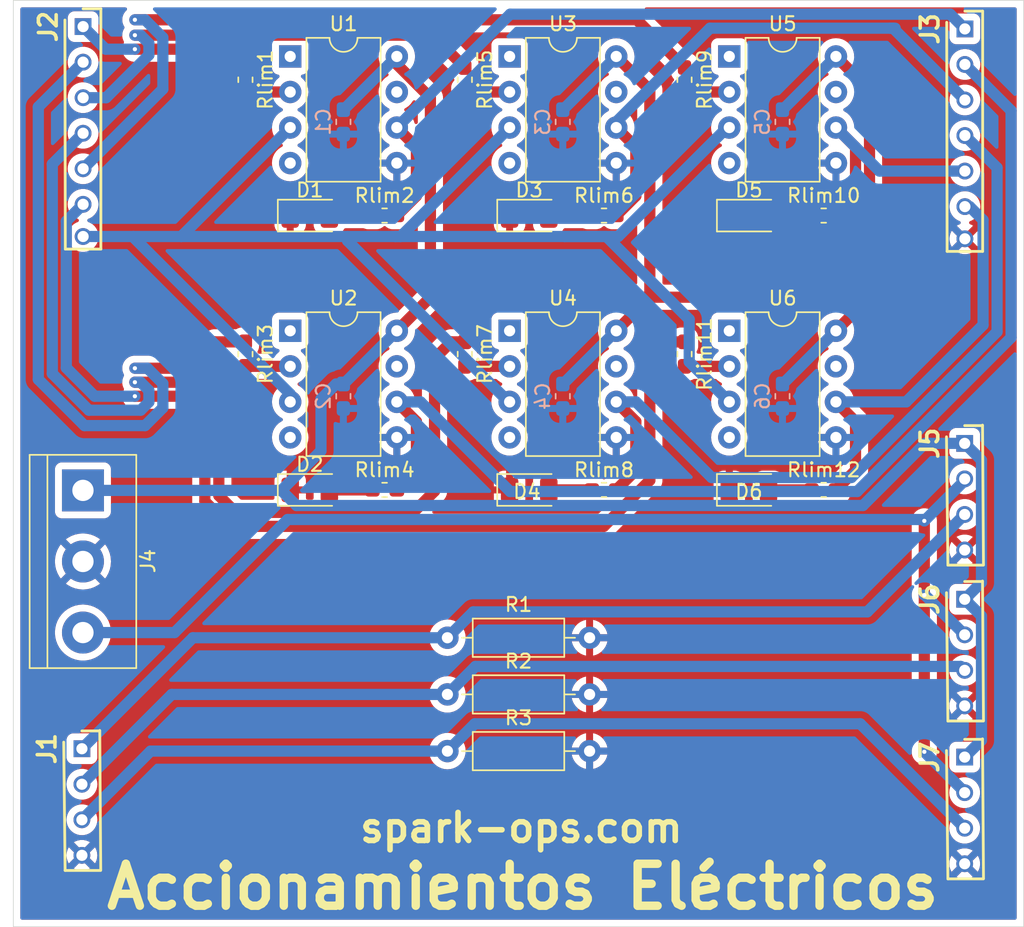
<source format=kicad_pcb>
(kicad_pcb
	(version 20240108)
	(generator "pcbnew")
	(generator_version "8.0")
	(general
		(thickness 1.6)
		(legacy_teardrops no)
	)
	(paper "A4")
	(layers
		(0 "F.Cu" signal)
		(31 "B.Cu" signal)
		(32 "B.Adhes" user "B.Adhesive")
		(33 "F.Adhes" user "F.Adhesive")
		(34 "B.Paste" user)
		(35 "F.Paste" user)
		(36 "B.SilkS" user "B.Silkscreen")
		(37 "F.SilkS" user "F.Silkscreen")
		(38 "B.Mask" user)
		(39 "F.Mask" user)
		(40 "Dwgs.User" user "User.Drawings")
		(41 "Cmts.User" user "User.Comments")
		(42 "Eco1.User" user "User.Eco1")
		(43 "Eco2.User" user "User.Eco2")
		(44 "Edge.Cuts" user)
		(45 "Margin" user)
		(46 "B.CrtYd" user "B.Courtyard")
		(47 "F.CrtYd" user "F.Courtyard")
		(48 "B.Fab" user)
		(49 "F.Fab" user)
		(50 "User.1" user)
		(51 "User.2" user)
		(52 "User.3" user)
		(53 "User.4" user)
		(54 "User.5" user)
		(55 "User.6" user)
		(56 "User.7" user)
		(57 "User.8" user)
		(58 "User.9" user)
	)
	(setup
		(pad_to_mask_clearance 0)
		(allow_soldermask_bridges_in_footprints no)
		(pcbplotparams
			(layerselection 0x00010cc_ffffffff)
			(plot_on_all_layers_selection 0x0000000_00000000)
			(disableapertmacros no)
			(usegerberextensions no)
			(usegerberattributes yes)
			(usegerberadvancedattributes yes)
			(creategerberjobfile yes)
			(dashed_line_dash_ratio 12.000000)
			(dashed_line_gap_ratio 3.000000)
			(svgprecision 4)
			(plotframeref no)
			(viasonmask no)
			(mode 1)
			(useauxorigin no)
			(hpglpennumber 1)
			(hpglpenspeed 20)
			(hpglpendiameter 15.000000)
			(pdf_front_fp_property_popups yes)
			(pdf_back_fp_property_popups yes)
			(dxfpolygonmode yes)
			(dxfimperialunits yes)
			(dxfusepcbnewfont yes)
			(psnegative no)
			(psa4output no)
			(plotreference yes)
			(plotvalue yes)
			(plotfptext yes)
			(plotinvisibletext no)
			(sketchpadsonfab no)
			(subtractmaskfromsilk no)
			(outputformat 1)
			(mirror no)
			(drillshape 0)
			(scaleselection 1)
			(outputdirectory "GerbersEnclosure/")
		)
	)
	(net 0 "")
	(net 1 "S3")
	(net 2 "S2")
	(net 3 "S1")
	(net 4 "S4")
	(net 5 "S5")
	(net 6 "S6")
	(net 7 "Q1")
	(net 8 "Net-(D1-A)")
	(net 9 "Net-(D2-A)")
	(net 10 "Net-(D3-A)")
	(net 11 "Net-(D4-A)")
	(net 12 "Net-(D5-A)")
	(net 13 "Net-(U1-A)")
	(net 14 "Net-(U2-A)")
	(net 15 "Net-(U3-A)")
	(net 16 "Net-(U4-A)")
	(net 17 "Net-(U5-A)")
	(net 18 "Net-(U6-A)")
	(net 19 "unconnected-(U1-VO-Pad7)")
	(net 20 "unconnected-(U1-NC-Pad4)")
	(net 21 "unconnected-(U1-NC-Pad1)")
	(net 22 "unconnected-(U2-VO-Pad7)")
	(net 23 "unconnected-(U2-NC-Pad1)")
	(net 24 "unconnected-(U2-NC-Pad4)")
	(net 25 "unconnected-(U3-VO-Pad7)")
	(net 26 "unconnected-(U3-NC-Pad1)")
	(net 27 "unconnected-(U3-NC-Pad4)")
	(net 28 "unconnected-(U4-VO-Pad7)")
	(net 29 "unconnected-(U4-NC-Pad1)")
	(net 30 "unconnected-(U4-NC-Pad4)")
	(net 31 "unconnected-(U5-NC-Pad4)")
	(net 32 "unconnected-(U5-VO-Pad7)")
	(net 33 "unconnected-(U5-NC-Pad1)")
	(net 34 "unconnected-(U6-VO-Pad7)")
	(net 35 "unconnected-(U6-NC-Pad4)")
	(net 36 "unconnected-(U6-NC-Pad1)")
	(net 37 "Net-(D6-A)")
	(net 38 "Q5")
	(net 39 "Q2")
	(net 40 "Q4")
	(net 41 "Q3")
	(net 42 "Q6")
	(net 43 "GND1")
	(net 44 "GND2")
	(net 45 "+VDC")
	(net 46 "-VDC")
	(net 47 "Net-(J1-Pad3)")
	(net 48 "Net-(J1-Pad2)")
	(net 49 "Net-(J1-Pad1)")
	(footprint "Package_DIP:DIP-8_W7.62mm" (layer "F.Cu") (at 207.665 65.915))
	(footprint "Diode_SMD:D_1206_3216Metric" (layer "F.Cu") (at 209.065 57.68))
	(footprint "sparkOpsHuellas:ConnSocket6" (layer "F.Cu") (at 224.5 44.34 -90))
	(footprint "Resistor_THT:R_Axial_DIN0207_L6.3mm_D2.5mm_P10.16mm_Horizontal" (layer "F.Cu") (at 187.52 87.85))
	(footprint "Package_DIP:DIP-8_W7.62mm" (layer "F.Cu") (at 176.285 65.915))
	(footprint "Inductor_SMD:L_0603_1608Metric_Pad1.05x0.95mm_HandSolder" (layer "F.Cu") (at 198.71 77.285))
	(footprint "Inductor_SMD:L_0603_1608Metric_Pad1.05x0.95mm_HandSolder" (layer "F.Cu") (at 204.465 67.58 -90))
	(footprint "sparkOpsHuellas:ConnSocket6" (layer "F.Cu") (at 161.485 44.17675 -90))
	(footprint "sparkOpsHuellas:ConnSocket6" (layer "F.Cu") (at 224.485 96.38 -90))
	(footprint "Inductor_SMD:L_0603_1608Metric_Pad1.05x0.95mm_HandSolder" (layer "F.Cu") (at 204.465 47.975 -90))
	(footprint "Package_DIP:DIP-8_W7.62mm" (layer "F.Cu") (at 191.965 65.915))
	(footprint "Inductor_SMD:L_0603_1608Metric_Pad1.05x0.95mm_HandSolder" (layer "F.Cu") (at 183.03 57.68))
	(footprint "Package_DIP:DIP-8_W7.62mm" (layer "F.Cu") (at 191.965 46.31))
	(footprint "Diode_SMD:D_1206_3216Metric" (layer "F.Cu") (at 193.365 57.68))
	(footprint "Inductor_SMD:L_0603_1608Metric_Pad1.05x0.95mm_HandSolder" (layer "F.Cu") (at 188.765 67.58 -90))
	(footprint "sparkOpsHuellas:ConnSocket6" (layer "F.Cu") (at 224.485 85.1 -90))
	(footprint "Diode_SMD:D_1206_3216Metric" (layer "F.Cu") (at 209.065 77.285))
	(footprint "Inductor_SMD:L_0603_1608Metric_Pad1.05x0.95mm_HandSolder" (layer "F.Cu") (at 173.085 67.58 -90))
	(footprint "Inductor_SMD:L_0603_1608Metric_Pad1.05x0.95mm_HandSolder" (layer "F.Cu") (at 188.765 47.975 -90))
	(footprint "Inductor_SMD:L_0603_1608Metric_Pad1.05x0.95mm_HandSolder" (layer "F.Cu") (at 214.41 77.285))
	(footprint "Inductor_SMD:L_0603_1608Metric_Pad1.05x0.95mm_HandSolder" (layer "F.Cu") (at 198.71 57.68))
	(footprint "Resistor_THT:R_Axial_DIN0207_L6.3mm_D2.5mm_P10.16mm_Horizontal" (layer "F.Cu") (at 187.52 91.9))
	(footprint "TerminalBlock:TerminalBlock_bornier-3_P5.08mm" (layer "F.Cu") (at 161.475 77.32 -90))
	(footprint "sparkOpsHuellas:ConnSocket6" (layer "F.Cu") (at 224.485 73.96 -90))
	(footprint "Inductor_SMD:L_0603_1608Metric_Pad1.05x0.95mm_HandSolder" (layer "F.Cu") (at 214.41 57.68))
	(footprint "Package_DIP:DIP-8_W7.62mm" (layer "F.Cu") (at 176.285 46.31))
	(footprint "Inductor_SMD:L_0603_1608Metric_Pad1.05x0.95mm_HandSolder" (layer "F.Cu") (at 173.085 47.975 -90))
	(footprint "Resistor_THT:R_Axial_DIN0207_L6.3mm_D2.5mm_P10.16mm_Horizontal" (layer "F.Cu") (at 187.52 95.95))
	(footprint "Package_DIP:DIP-8_W7.62mm" (layer "F.Cu") (at 207.665 46.31))
	(footprint "Diode_SMD:D_1206_3216Metric" (layer "F.Cu") (at 177.685 57.68))
	(footprint "sparkOpsHuellas:ConnSocket6" (layer "F.Cu") (at 161.4 95.78 -90))
	(footprint "Diode_SMD:D_1206_3216Metric" (layer "F.Cu") (at 177.685 77.285))
	(footprint "Diode_SMD:D_1206_3216Metric" (layer "F.Cu") (at 193.365 77.285))
	(footprint "Inductor_SMD:L_0603_1608Metric_Pad1.05x0.95mm_HandSolder" (layer "F.Cu") (at 183.03 77.285))
	(footprint "Inductor_SMD:L_0603_1608Metric_Pad1.05x0.95mm_HandSolder" (layer "B.Cu") (at 195.765 70.59 -90))
	(footprint "Inductor_SMD:L_0603_1608Metric_Pad1.05x0.95mm_HandSolder" (layer "B.Cu") (at 180.085 50.985 -90))
	(footprint "Inductor_SMD:L_0603_1608Metric_Pad1.05x0.95mm_HandSolder" (layer "B.Cu") (at 211.465 50.985 -90))
	(footprint "Inductor_SMD:L_0603_1608Metric_Pad1.05x0.95mm_HandSolder"
		(layer "B.Cu")
		(uuid "cad068ae-e46b-43a7-96d0-15d3dfba3f16")
		(at 195.765 50.985 -90)
		(descr "Inductor SMD 0603 (1608 Metric), square (rectangular) end terminal, IPC_7351 nominal with elongated pad for handsoldering. (Body size source: http://www.tortai-tech.com/upload/download/2011102023233369053.pdf), generated with kicad-footprint-generator")
		(tags "inductor handsolder")
		(property "Reference" "C3"
			(at 0 1.43 90)
			(layer "B.SilkS")
			(uuid "ecf1bd16-ecef-4f6f-a3a9-0db832288cc4")
			(effects
				(font
					(size 1 1)
					(thickness 0.15)
				)
				(justify mirror)
			)
		)
		(property "Value" "0.1uF"
			(at 0 -1.43 90)
			(layer "B.Fab")
			(uuid "94ffb3e1-a9ef-4763-ba53-599c6881d89c")
			(effects
				(font
					(size 1 1)
					(thickness 0.15)
				)
				(justify mirror)
			)
		)
		(property "Footprint" "Inductor_SMD:L_0603_1608Metric_Pad1.05x0.95mm_HandSolder"
			(at 0 0 90)
			(unlocked yes)
			(layer "B.Fab")
			(hide yes)
			(uuid "c24c6e7a-2103-45b8-bdf0-6b5b6afdb869")
			(effects
				(font
					(size 1.27 1.27)
					(thickness 0.15)
				)
				(justify mirror)
			)
		)
		(property "Datasheet" ""
			(at 0 0 90)
			(unlocked yes)
			(layer "B.Fab")
			(hide yes)
			(uuid "3f7ee7fd-8713-4b6e-9639-5e77629e6228")
			(effects
				(font
					(size 1.27 1.27)
					(thickness 0.15)
				)
				(justify mirror)
			)
		)
		(property "Description" "Unpolarized capacitor"
			(at 0 0 90)
			(unlocked yes)
			(layer "B.Fab")
			(hide yes)
			(uuid "0275f983-531f-4006-a395-5e88e0573ba8")
			(effects
				(font
					(size 1.27 1.27)
					(thickness 0.15)
				)
				(justify mirror)
			)
		)
		(property ki_fp_filters "C_*")
		(path "/8fd351c4-cefb-4df8-8021-bca2b56d53e0")
		(sheetname "Raíz")
		(sheetfile "AmplifOptoacopladorEnclosure.kicad_sch")
		(attr smd)
		(fp_line
			(start 0.171267 0.51)
			(end -0.171267 0.51)
			(stroke
				(width 0.12)
				(type solid)
			)
			(layer "B.SilkS")
			(uuid "5f8d4862-6af8-4cd3-b7b0-5a4dd10cef54")
		)
		(fp_line
			(start 0.171267 -0.51)
			(end -0.171267 -0.51)
			(stroke
				(width 0.12)
				(type solid)
			)
			(layer "B.SilkS")
			(uuid "cd7b7328-bd46-4b07-89fd-9efcb44ebf81")
		)
		(fp_line
			(start -1.65 0.73)
			(end -1.65 -0.73)
			(stroke
				(width 0.05)
				(type solid)
			)
			(layer "B.CrtYd")
			(uuid "ea6ac785-5fc0-454b-a3ba-0211f1b51e67")
		)
		(fp_line
			(start 1.65 0.73)
			(end -1.65 0.73)
			(stroke
				(width 0.05)
				(type solid)
			)
			(layer "B.CrtYd")
			(uuid "846fc318-92c0-4e50-9bcb-9e477dfc275c")
		)
		(fp_line
			(start -1.65 -0.73)
			(end 1.65 -0.73)
			(stroke
				(width 0.05)
				(type solid)
			)
			(layer "B.CrtYd")
			(uuid "6f377704-a821-4bac-84f6-7688193791bc")
		)
		(fp_line
			(start 1.65 -0.73)
			(end 1.65 0.73)
			(stroke
				(width 0.05)
				(type solid)
			)
			(layer "B.CrtYd")
... [351560 chars truncated]
</source>
